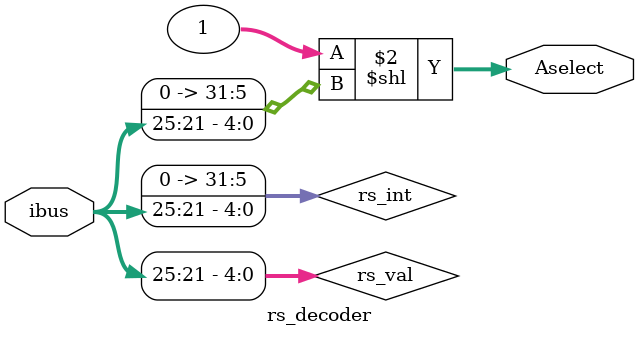
<source format=v>
`timescale 1ns / 1ps


module rs_decoder(ibus, Aselect);
    input[31:0] ibus;
    output[31:0] Aselect;
    
    wire[4:0] rs_val = ibus[25:21];
    integer rs_int;
    
    always@(rs_val) begin
        rs_int = rs_val;
    end
        
    assign Aselect = 32'b1 << rs_int;  
    
endmodule

</source>
